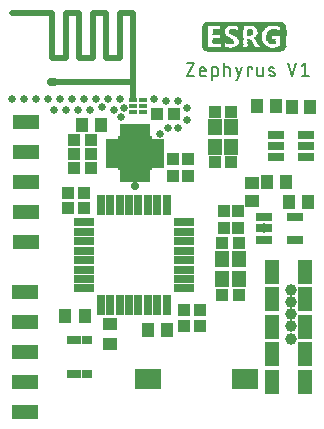
<source format=gbr>
G04 EAGLE Gerber RS-274X export*
G75*
%MOMM*%
%FSLAX34Y34*%
%LPD*%
%INSoldermask Top*%
%IPPOS*%
%AMOC8*
5,1,8,0,0,1.08239X$1,22.5*%
G01*
%ADD10C,0.177800*%
%ADD11R,6.299200X0.025400*%
%ADD12R,6.502400X0.025400*%
%ADD13R,6.604000X0.025400*%
%ADD14R,6.705600X0.025400*%
%ADD15R,6.756400X0.025400*%
%ADD16R,6.807200X0.025400*%
%ADD17R,6.858000X0.025400*%
%ADD18R,6.908800X0.025400*%
%ADD19R,6.934200X0.025400*%
%ADD20R,6.959600X0.025400*%
%ADD21R,7.010400X0.025400*%
%ADD22R,2.159000X0.025400*%
%ADD23R,3.200400X0.025400*%
%ADD24R,0.914400X0.025400*%
%ADD25R,0.508000X0.025400*%
%ADD26R,0.787400X0.025400*%
%ADD27R,0.685800X0.025400*%
%ADD28R,0.762000X0.025400*%
%ADD29R,0.812800X0.025400*%
%ADD30R,0.482600X0.025400*%
%ADD31R,0.406400X0.025400*%
%ADD32R,0.711200X0.025400*%
%ADD33R,0.660400X0.025400*%
%ADD34R,0.304800X0.025400*%
%ADD35R,0.635000X0.025400*%
%ADD36R,0.609600X0.025400*%
%ADD37R,0.279400X0.025400*%
%ADD38R,0.584200X0.025400*%
%ADD39R,0.558800X0.025400*%
%ADD40R,0.533400X0.025400*%
%ADD41R,0.457200X0.025400*%
%ADD42R,0.431800X0.025400*%
%ADD43R,0.381000X0.025400*%
%ADD44R,0.203200X0.025400*%
%ADD45R,0.990600X0.025400*%
%ADD46R,0.736600X0.025400*%
%ADD47R,1.803400X0.025400*%
%ADD48R,0.355600X0.025400*%
%ADD49R,1.778000X0.025400*%
%ADD50R,0.330200X0.025400*%
%ADD51R,1.752600X0.025400*%
%ADD52R,1.727200X0.025400*%
%ADD53R,1.676400X0.025400*%
%ADD54R,0.254000X0.025400*%
%ADD55R,1.651000X0.025400*%
%ADD56R,1.600200X0.025400*%
%ADD57R,0.101600X0.025400*%
%ADD58R,1.549400X0.025400*%
%ADD59R,1.701800X0.025400*%
%ADD60R,0.838200X0.025400*%
%ADD61R,0.025400X0.025400*%
%ADD62R,1.041400X0.025400*%
%ADD63R,0.965200X0.025400*%
%ADD64R,1.016000X0.025400*%
%ADD65R,1.066800X0.025400*%
%ADD66R,1.092200X0.025400*%
%ADD67R,1.143000X0.025400*%
%ADD68R,1.168400X0.025400*%
%ADD69R,1.625600X0.025400*%
%ADD70R,1.193800X0.025400*%
%ADD71R,1.574800X0.025400*%
%ADD72R,1.524000X0.025400*%
%ADD73R,0.228600X0.025400*%
%ADD74R,0.889000X0.025400*%
%ADD75R,0.939800X0.025400*%
%ADD76R,1.244600X0.025400*%
%ADD77R,1.422400X0.025400*%
%ADD78R,2.311400X0.025400*%
%ADD79R,2.946400X0.025400*%
%ADD80R,0.533400X1.041400*%
%ADD81R,0.753200X0.453200*%
%ADD82R,1.253200X2.023200*%
%ADD83R,1.053200X1.003200*%
%ADD84R,1.003200X1.053200*%
%ADD85R,1.453200X0.803200*%
%ADD86R,0.903200X0.703200*%
%ADD87R,1.253200X0.703200*%
%ADD88R,2.203200X1.223200*%
%ADD89R,0.503200X1.053200*%
%ADD90R,1.053200X0.503200*%
%ADD91R,2.903200X2.903200*%
%ADD92R,1.001900X1.177100*%
%ADD93R,1.177100X1.001900*%
%ADD94R,2.203200X1.703200*%
%ADD95C,0.508000*%
%ADD96C,0.711200*%
%ADD97R,1.303200X1.403200*%
%ADD98R,1.678200X0.803200*%
%ADD99R,0.803200X1.678200*%
%ADD100R,1.353200X0.803200*%
%ADD101R,1.124100X1.173400*%
%ADD102R,1.173400X1.124100*%
%ADD103C,0.711200*%
%ADD104C,0.803200*%
%ADD105C,0.953200*%
%ADD106C,0.660400*%
%ADD107C,1.003200*%
%ADD108C,1.066800*%
%ADD109C,0.705600*%


D10*
X158623Y311023D02*
X164691Y311023D01*
X158623Y300101D01*
X164691Y300101D01*
X171337Y300101D02*
X174371Y300101D01*
X171337Y300101D02*
X171253Y300103D01*
X171169Y300109D01*
X171086Y300118D01*
X171003Y300132D01*
X170920Y300149D01*
X170839Y300170D01*
X170759Y300195D01*
X170680Y300224D01*
X170602Y300256D01*
X170526Y300292D01*
X170451Y300331D01*
X170379Y300374D01*
X170308Y300420D01*
X170240Y300469D01*
X170174Y300521D01*
X170111Y300576D01*
X170050Y300634D01*
X169992Y300695D01*
X169937Y300758D01*
X169885Y300824D01*
X169836Y300892D01*
X169790Y300963D01*
X169747Y301035D01*
X169708Y301110D01*
X169672Y301186D01*
X169640Y301264D01*
X169611Y301343D01*
X169586Y301423D01*
X169565Y301504D01*
X169548Y301587D01*
X169534Y301670D01*
X169525Y301753D01*
X169519Y301837D01*
X169517Y301921D01*
X169517Y304955D01*
X169519Y305053D01*
X169525Y305150D01*
X169535Y305248D01*
X169548Y305344D01*
X169566Y305440D01*
X169588Y305536D01*
X169613Y305630D01*
X169642Y305724D01*
X169675Y305816D01*
X169711Y305906D01*
X169751Y305995D01*
X169795Y306083D01*
X169842Y306169D01*
X169893Y306252D01*
X169947Y306334D01*
X170004Y306413D01*
X170064Y306490D01*
X170127Y306564D01*
X170194Y306636D01*
X170263Y306705D01*
X170335Y306772D01*
X170409Y306835D01*
X170486Y306895D01*
X170565Y306952D01*
X170647Y307006D01*
X170731Y307057D01*
X170816Y307104D01*
X170904Y307148D01*
X170993Y307188D01*
X171083Y307224D01*
X171175Y307257D01*
X171269Y307286D01*
X171363Y307311D01*
X171459Y307333D01*
X171555Y307351D01*
X171651Y307364D01*
X171749Y307374D01*
X171846Y307380D01*
X171944Y307382D01*
X172042Y307380D01*
X172139Y307374D01*
X172237Y307364D01*
X172333Y307351D01*
X172429Y307333D01*
X172525Y307311D01*
X172619Y307286D01*
X172713Y307257D01*
X172805Y307224D01*
X172895Y307188D01*
X172984Y307148D01*
X173072Y307104D01*
X173158Y307057D01*
X173241Y307006D01*
X173323Y306952D01*
X173402Y306895D01*
X173479Y306835D01*
X173553Y306772D01*
X173625Y306705D01*
X173694Y306636D01*
X173761Y306564D01*
X173824Y306490D01*
X173884Y306413D01*
X173941Y306334D01*
X173995Y306252D01*
X174046Y306169D01*
X174093Y306083D01*
X174137Y305995D01*
X174177Y305906D01*
X174213Y305816D01*
X174246Y305724D01*
X174275Y305630D01*
X174300Y305536D01*
X174322Y305440D01*
X174340Y305344D01*
X174353Y305248D01*
X174363Y305150D01*
X174369Y305053D01*
X174371Y304955D01*
X174371Y303742D01*
X169517Y303742D01*
X179885Y307382D02*
X179885Y296460D01*
X179885Y307382D02*
X182919Y307382D01*
X183003Y307380D01*
X183087Y307374D01*
X183170Y307365D01*
X183253Y307351D01*
X183336Y307334D01*
X183417Y307313D01*
X183497Y307288D01*
X183576Y307259D01*
X183654Y307227D01*
X183730Y307191D01*
X183805Y307152D01*
X183877Y307109D01*
X183948Y307064D01*
X184016Y307014D01*
X184082Y306962D01*
X184145Y306907D01*
X184206Y306849D01*
X184264Y306788D01*
X184319Y306725D01*
X184371Y306659D01*
X184420Y306591D01*
X184466Y306520D01*
X184509Y306448D01*
X184548Y306373D01*
X184584Y306297D01*
X184616Y306219D01*
X184645Y306140D01*
X184670Y306060D01*
X184691Y305979D01*
X184708Y305896D01*
X184722Y305813D01*
X184731Y305730D01*
X184737Y305646D01*
X184739Y305562D01*
X184739Y301921D01*
X184737Y301837D01*
X184731Y301753D01*
X184722Y301670D01*
X184708Y301587D01*
X184691Y301504D01*
X184670Y301423D01*
X184645Y301343D01*
X184616Y301264D01*
X184584Y301186D01*
X184548Y301110D01*
X184509Y301035D01*
X184466Y300963D01*
X184420Y300892D01*
X184371Y300824D01*
X184319Y300758D01*
X184264Y300695D01*
X184206Y300634D01*
X184145Y300576D01*
X184082Y300521D01*
X184016Y300469D01*
X183948Y300420D01*
X183877Y300374D01*
X183805Y300331D01*
X183730Y300292D01*
X183654Y300256D01*
X183576Y300224D01*
X183497Y300195D01*
X183417Y300170D01*
X183336Y300149D01*
X183253Y300132D01*
X183170Y300118D01*
X183087Y300109D01*
X183003Y300103D01*
X182919Y300101D01*
X179885Y300101D01*
X190091Y300101D02*
X190091Y311023D01*
X190091Y307382D02*
X193125Y307382D01*
X193209Y307380D01*
X193293Y307374D01*
X193376Y307365D01*
X193459Y307351D01*
X193542Y307334D01*
X193623Y307313D01*
X193703Y307288D01*
X193782Y307259D01*
X193860Y307227D01*
X193936Y307191D01*
X194011Y307152D01*
X194083Y307109D01*
X194154Y307064D01*
X194222Y307014D01*
X194288Y306962D01*
X194351Y306907D01*
X194412Y306849D01*
X194470Y306788D01*
X194525Y306725D01*
X194577Y306659D01*
X194626Y306591D01*
X194672Y306520D01*
X194715Y306448D01*
X194754Y306373D01*
X194790Y306297D01*
X194822Y306219D01*
X194851Y306140D01*
X194876Y306060D01*
X194897Y305979D01*
X194914Y305896D01*
X194928Y305813D01*
X194937Y305730D01*
X194943Y305646D01*
X194945Y305562D01*
X194945Y300101D01*
X199997Y296460D02*
X201210Y296460D01*
X204851Y307382D01*
X199997Y307382D02*
X202424Y300101D01*
X209994Y300101D02*
X209994Y307382D01*
X213635Y307382D01*
X213635Y306169D01*
X217904Y307382D02*
X217904Y301921D01*
X217906Y301837D01*
X217912Y301753D01*
X217921Y301670D01*
X217935Y301587D01*
X217952Y301504D01*
X217973Y301423D01*
X217998Y301343D01*
X218027Y301264D01*
X218059Y301186D01*
X218095Y301110D01*
X218134Y301035D01*
X218177Y300963D01*
X218223Y300892D01*
X218272Y300824D01*
X218324Y300758D01*
X218379Y300695D01*
X218437Y300634D01*
X218498Y300576D01*
X218561Y300521D01*
X218627Y300469D01*
X218695Y300420D01*
X218766Y300374D01*
X218838Y300331D01*
X218913Y300292D01*
X218989Y300256D01*
X219067Y300224D01*
X219146Y300195D01*
X219226Y300170D01*
X219307Y300149D01*
X219390Y300132D01*
X219473Y300118D01*
X219556Y300109D01*
X219640Y300103D01*
X219724Y300101D01*
X222758Y300101D01*
X222758Y307382D01*
X229101Y304348D02*
X232135Y303135D01*
X229101Y304349D02*
X229029Y304379D01*
X228959Y304413D01*
X228891Y304451D01*
X228825Y304492D01*
X228760Y304536D01*
X228699Y304584D01*
X228639Y304634D01*
X228582Y304687D01*
X228528Y304743D01*
X228477Y304802D01*
X228428Y304863D01*
X228383Y304927D01*
X228341Y304992D01*
X228302Y305060D01*
X228266Y305129D01*
X228235Y305200D01*
X228206Y305273D01*
X228181Y305347D01*
X228160Y305422D01*
X228143Y305498D01*
X228130Y305575D01*
X228120Y305652D01*
X228114Y305730D01*
X228112Y305808D01*
X228114Y305886D01*
X228120Y305963D01*
X228129Y306041D01*
X228143Y306117D01*
X228160Y306194D01*
X228181Y306269D01*
X228205Y306343D01*
X228234Y306415D01*
X228265Y306486D01*
X228301Y306556D01*
X228339Y306624D01*
X228381Y306689D01*
X228427Y306753D01*
X228475Y306814D01*
X228526Y306873D01*
X228580Y306929D01*
X228637Y306982D01*
X228696Y307033D01*
X228758Y307080D01*
X228822Y307124D01*
X228889Y307165D01*
X228957Y307203D01*
X229027Y307238D01*
X229098Y307269D01*
X229171Y307296D01*
X229246Y307319D01*
X229321Y307339D01*
X229397Y307355D01*
X229474Y307368D01*
X229552Y307376D01*
X229630Y307381D01*
X229707Y307382D01*
X229707Y307383D02*
X229873Y307379D01*
X230039Y307371D01*
X230204Y307358D01*
X230369Y307342D01*
X230533Y307322D01*
X230697Y307298D01*
X230860Y307269D01*
X231023Y307237D01*
X231185Y307201D01*
X231345Y307162D01*
X231505Y307118D01*
X231664Y307070D01*
X231822Y307019D01*
X231978Y306964D01*
X232133Y306905D01*
X232286Y306843D01*
X232438Y306776D01*
X232134Y303134D02*
X232206Y303104D01*
X232276Y303070D01*
X232344Y303032D01*
X232410Y302991D01*
X232475Y302947D01*
X232536Y302899D01*
X232596Y302849D01*
X232653Y302796D01*
X232707Y302740D01*
X232758Y302681D01*
X232807Y302620D01*
X232852Y302556D01*
X232894Y302491D01*
X232933Y302423D01*
X232969Y302354D01*
X233000Y302283D01*
X233029Y302210D01*
X233054Y302136D01*
X233075Y302061D01*
X233092Y301985D01*
X233105Y301908D01*
X233115Y301831D01*
X233121Y301753D01*
X233123Y301675D01*
X233121Y301597D01*
X233115Y301520D01*
X233106Y301442D01*
X233092Y301366D01*
X233075Y301289D01*
X233054Y301214D01*
X233030Y301140D01*
X233001Y301068D01*
X232970Y300997D01*
X232934Y300927D01*
X232896Y300859D01*
X232854Y300794D01*
X232808Y300730D01*
X232760Y300669D01*
X232709Y300610D01*
X232655Y300554D01*
X232598Y300501D01*
X232539Y300450D01*
X232477Y300403D01*
X232413Y300359D01*
X232346Y300318D01*
X232278Y300280D01*
X232208Y300245D01*
X232137Y300214D01*
X232064Y300187D01*
X231989Y300164D01*
X231914Y300144D01*
X231838Y300128D01*
X231761Y300115D01*
X231683Y300107D01*
X231605Y300102D01*
X231528Y300101D01*
X231285Y300107D01*
X231042Y300120D01*
X230799Y300137D01*
X230557Y300161D01*
X230315Y300190D01*
X230074Y300225D01*
X229834Y300266D01*
X229595Y300312D01*
X229357Y300364D01*
X229121Y300422D01*
X228886Y300485D01*
X228652Y300554D01*
X228421Y300628D01*
X228191Y300708D01*
X243741Y311023D02*
X247382Y300101D01*
X251022Y311023D01*
X255778Y308596D02*
X258812Y311023D01*
X258812Y300101D01*
X255778Y300101D02*
X261846Y300101D01*
D11*
X207137Y320548D03*
D12*
X207137Y320802D03*
D13*
X207137Y321056D03*
D14*
X207137Y321310D03*
D15*
X207137Y321564D03*
D16*
X207137Y321818D03*
D17*
X207137Y322072D03*
D18*
X207137Y322326D03*
D19*
X207010Y322580D03*
D20*
X207137Y322834D03*
D21*
X207137Y323088D03*
D22*
X182880Y323342D03*
D23*
X213233Y323342D03*
D24*
X237617Y323342D03*
D25*
X174371Y323596D03*
X189611Y323596D03*
D26*
X202438Y323596D03*
D27*
X213106Y323596D03*
D28*
X224155Y323596D03*
D29*
X238379Y323596D03*
D30*
X174244Y323850D03*
D31*
X189357Y323850D03*
D32*
X202819Y323850D03*
D33*
X213233Y323850D03*
X223901Y323850D03*
D32*
X238887Y323850D03*
D25*
X174117Y324104D03*
D34*
X189103Y324104D03*
D35*
X202946Y324104D03*
X213106Y324104D03*
D36*
X223647Y324104D03*
D33*
X239395Y324104D03*
D25*
X174117Y324358D03*
D37*
X188976Y324358D03*
D38*
X203200Y324358D03*
D36*
X212979Y324358D03*
D39*
X223393Y324358D03*
D36*
X239649Y324358D03*
D25*
X174117Y324612D03*
D37*
X188976Y324612D03*
D39*
X203327Y324612D03*
D36*
X212979Y324612D03*
D39*
X223139Y324612D03*
X239903Y324612D03*
D40*
X173990Y324866D03*
D37*
X188976Y324866D03*
D40*
X203454Y324866D03*
D38*
X212852Y324866D03*
D40*
X222758Y324866D03*
D25*
X240157Y324866D03*
D40*
X173990Y325120D03*
D37*
X188976Y325120D03*
D25*
X203581Y325120D03*
D38*
X212852Y325120D03*
D25*
X222631Y325120D03*
D40*
X240284Y325120D03*
X173990Y325374D03*
D37*
X188976Y325374D03*
D30*
X203708Y325374D03*
D39*
X212725Y325374D03*
D25*
X222377Y325374D03*
D40*
X240284Y325374D03*
X173990Y325628D03*
D37*
X188976Y325628D03*
D41*
X203835Y325628D03*
D40*
X212598Y325628D03*
D30*
X221996Y325628D03*
D40*
X240284Y325628D03*
X173990Y325882D03*
D37*
X188976Y325882D03*
D42*
X203962Y325882D03*
D40*
X212598Y325882D03*
D41*
X221869Y325882D03*
D40*
X240284Y325882D03*
X173990Y326136D03*
D37*
X188976Y326136D03*
D42*
X203962Y326136D03*
D25*
X212471Y326136D03*
D30*
X221742Y326136D03*
D40*
X240284Y326136D03*
X173990Y326390D03*
D37*
X188976Y326390D03*
D31*
X204089Y326390D03*
D25*
X212471Y326390D03*
D41*
X221615Y326390D03*
D40*
X240284Y326390D03*
X173990Y326644D03*
D34*
X188849Y326644D03*
D43*
X195326Y326644D03*
D31*
X204089Y326644D03*
D30*
X212344Y326644D03*
D41*
X221361Y326644D03*
D44*
X231267Y326644D03*
D40*
X240284Y326644D03*
X173990Y326898D03*
D45*
X185420Y326898D03*
D25*
X195199Y326898D03*
D43*
X204216Y326898D03*
D41*
X212217Y326898D03*
X221107Y326898D03*
D42*
X231140Y326898D03*
D40*
X240284Y326898D03*
X173990Y327152D03*
D45*
X185420Y327152D03*
D38*
X195072Y327152D03*
D43*
X204216Y327152D03*
D41*
X212217Y327152D03*
X221107Y327152D03*
D40*
X231140Y327152D03*
X240284Y327152D03*
X173990Y327406D03*
D45*
X185420Y327406D03*
D33*
X194945Y327406D03*
D43*
X204216Y327406D03*
D42*
X212090Y327406D03*
D41*
X220853Y327406D03*
D38*
X230886Y327406D03*
D40*
X240284Y327406D03*
X173990Y327660D03*
D45*
X185420Y327660D03*
D46*
X194818Y327660D03*
D43*
X204216Y327660D03*
D42*
X212090Y327660D03*
D41*
X220599Y327660D03*
D36*
X230759Y327660D03*
D40*
X240284Y327660D03*
X173990Y327914D03*
D47*
X189484Y327914D03*
D43*
X204216Y327914D03*
D31*
X211963Y327914D03*
D41*
X220599Y327914D03*
D35*
X230632Y327914D03*
D40*
X240284Y327914D03*
X173990Y328168D03*
D47*
X189484Y328168D03*
D48*
X204343Y328168D03*
D31*
X211963Y328168D03*
D41*
X220345Y328168D03*
D33*
X230505Y328168D03*
D40*
X240284Y328168D03*
X173990Y328422D03*
D47*
X189484Y328422D03*
D48*
X204343Y328422D03*
D43*
X211836Y328422D03*
D41*
X220345Y328422D03*
D27*
X230378Y328422D03*
D40*
X240284Y328422D03*
X173990Y328676D03*
D47*
X189484Y328676D03*
D48*
X204343Y328676D03*
X211709Y328676D03*
D41*
X220091Y328676D03*
D32*
X230251Y328676D03*
D40*
X240284Y328676D03*
X173990Y328930D03*
D47*
X189484Y328930D03*
D43*
X204216Y328930D03*
D48*
X211709Y328930D03*
D30*
X219964Y328930D03*
D32*
X230251Y328930D03*
D40*
X240284Y328930D03*
X173990Y329184D03*
D49*
X189357Y329184D03*
D43*
X204216Y329184D03*
D50*
X211582Y329184D03*
D30*
X219964Y329184D03*
D46*
X230124Y329184D03*
D40*
X240284Y329184D03*
X173990Y329438D03*
D49*
X189357Y329438D03*
D43*
X204216Y329438D03*
D34*
X211455Y329438D03*
D30*
X219710Y329438D03*
D46*
X230124Y329438D03*
D40*
X240284Y329438D03*
X173990Y329692D03*
D51*
X189230Y329692D03*
D43*
X204216Y329692D03*
D34*
X211455Y329692D03*
D25*
X219583Y329692D03*
D28*
X229997Y329692D03*
D40*
X240284Y329692D03*
X173990Y329946D03*
D52*
X189103Y329946D03*
D43*
X204216Y329946D03*
D37*
X211328Y329946D03*
D25*
X219583Y329946D03*
D28*
X229997Y329946D03*
D40*
X240284Y329946D03*
X173990Y330200D03*
D53*
X188849Y330200D03*
D31*
X204089Y330200D03*
D54*
X211201Y330200D03*
D40*
X219456Y330200D03*
D28*
X229997Y330200D03*
D40*
X240284Y330200D03*
X173990Y330454D03*
D55*
X188722Y330454D03*
D31*
X204089Y330454D03*
D44*
X210947Y330454D03*
D40*
X219202Y330454D03*
D26*
X229870Y330454D03*
D40*
X240284Y330454D03*
X173990Y330708D03*
D56*
X188468Y330708D03*
D42*
X203962Y330708D03*
D57*
X210439Y330708D03*
D39*
X219075Y330708D03*
D41*
X228219Y330708D03*
D40*
X240284Y330708D03*
X173990Y330962D03*
D58*
X188214Y330962D03*
D42*
X203962Y330962D03*
D38*
X218948Y330962D03*
D42*
X228092Y330962D03*
D40*
X240284Y330962D03*
X173990Y331216D03*
D24*
X190881Y331216D03*
D41*
X203835Y331216D03*
D38*
X218948Y331216D03*
D42*
X228092Y331216D03*
D40*
X240284Y331216D03*
X173990Y331470D03*
D29*
X190627Y331470D03*
D30*
X203708Y331470D03*
D36*
X218821Y331470D03*
D42*
X228092Y331470D03*
D40*
X240284Y331470D03*
X173990Y331724D03*
D26*
X190500Y331724D03*
D30*
X203708Y331724D03*
D33*
X218567Y331724D03*
D41*
X227965Y331724D03*
D40*
X240284Y331724D03*
X173990Y331978D03*
D46*
X190246Y331978D03*
D25*
X203581Y331978D03*
D33*
X218567Y331978D03*
D41*
X227965Y331978D03*
D40*
X240284Y331978D03*
X173990Y332232D03*
D27*
X189992Y332232D03*
D40*
X203454Y332232D03*
D38*
X218948Y332232D03*
D41*
X227965Y332232D03*
D40*
X240284Y332232D03*
X173990Y332486D03*
D33*
X189865Y332486D03*
D39*
X203327Y332486D03*
X219075Y332486D03*
D41*
X227965Y332486D03*
D40*
X240284Y332486D03*
X173990Y332740D03*
D36*
X189611Y332740D03*
X203073Y332740D03*
D25*
X219329Y332740D03*
D41*
X227965Y332740D03*
D40*
X240284Y332740D03*
X173990Y332994D03*
D38*
X189484Y332994D03*
D35*
X202946Y332994D03*
D30*
X219456Y332994D03*
D41*
X227965Y332994D03*
D40*
X240284Y332994D03*
X173990Y333248D03*
D39*
X189357Y333248D03*
D33*
X202819Y333248D03*
D41*
X219583Y333248D03*
X227965Y333248D03*
D40*
X240284Y333248D03*
X173990Y333502D03*
D25*
X189103Y333502D03*
D32*
X202565Y333502D03*
D42*
X219710Y333502D03*
D41*
X227965Y333502D03*
D40*
X240284Y333502D03*
X173990Y333756D03*
D25*
X189103Y333756D03*
D28*
X202311Y333756D03*
D31*
X219837Y333756D03*
D42*
X228092Y333756D03*
D39*
X240157Y333756D03*
D40*
X173990Y334010D03*
D30*
X188976Y334010D03*
D26*
X202184Y334010D03*
D37*
X211328Y334010D03*
D31*
X219837Y334010D03*
D59*
X234442Y334010D03*
D40*
X173990Y334264D03*
D30*
X188722Y334264D03*
D60*
X201930Y334264D03*
D48*
X211709Y334264D03*
D43*
X219964Y334264D03*
D59*
X234442Y334264D03*
D40*
X173990Y334518D03*
D61*
X180594Y334518D03*
D30*
X188468Y334518D03*
D24*
X201549Y334518D03*
D43*
X211836Y334518D03*
X219964Y334518D03*
D59*
X234442Y334518D03*
D40*
X173990Y334772D03*
D62*
X185674Y334772D03*
D63*
X201295Y334772D03*
D42*
X212090Y334772D03*
D43*
X220218Y334772D03*
D59*
X234442Y334772D03*
D40*
X173990Y335026D03*
D64*
X185547Y335026D03*
X201041Y335026D03*
D42*
X212090Y335026D03*
D43*
X220218Y335026D03*
D53*
X234569Y335026D03*
D40*
X173990Y335280D03*
D64*
X185547Y335280D03*
D65*
X200787Y335280D03*
D41*
X212217Y335280D03*
D43*
X220218Y335280D03*
D53*
X234569Y335280D03*
D40*
X173990Y335534D03*
D45*
X185420Y335534D03*
D66*
X200660Y335534D03*
D41*
X212217Y335534D03*
D48*
X220345Y335534D03*
D53*
X234569Y335534D03*
D40*
X173990Y335788D03*
D45*
X185420Y335788D03*
D67*
X200406Y335788D03*
D41*
X212217Y335788D03*
D43*
X220472Y335788D03*
D55*
X234696Y335788D03*
D40*
X173990Y336042D03*
D45*
X185420Y336042D03*
D68*
X200279Y336042D03*
D30*
X212344Y336042D03*
D43*
X220472Y336042D03*
D55*
X234696Y336042D03*
D40*
X173990Y336296D03*
D45*
X185420Y336296D03*
D68*
X200279Y336296D03*
D30*
X212344Y336296D03*
D43*
X220472Y336296D03*
D69*
X234823Y336296D03*
D40*
X173990Y336550D03*
D45*
X185420Y336550D03*
D70*
X200152Y336550D03*
D30*
X212344Y336550D03*
D31*
X220599Y336550D03*
D56*
X234950Y336550D03*
D40*
X173990Y336804D03*
D45*
X185420Y336804D03*
D70*
X200152Y336804D03*
D30*
X212344Y336804D03*
D31*
X220599Y336804D03*
D56*
X234950Y336804D03*
D40*
X173990Y337058D03*
D45*
X185420Y337058D03*
D70*
X200152Y337058D03*
D30*
X212344Y337058D03*
D42*
X220726Y337058D03*
D71*
X235077Y337058D03*
D40*
X173990Y337312D03*
D45*
X185420Y337312D03*
D70*
X200152Y337312D03*
D41*
X212217Y337312D03*
D42*
X220726Y337312D03*
D58*
X235204Y337312D03*
D40*
X173990Y337566D03*
D45*
X185420Y337566D03*
D70*
X200152Y337566D03*
D41*
X212217Y337566D03*
X220853Y337566D03*
D72*
X235331Y337566D03*
D40*
X173990Y337820D03*
D45*
X185420Y337820D03*
D68*
X200279Y337820D03*
D41*
X212217Y337820D03*
X220853Y337820D03*
D60*
X232156Y337820D03*
D35*
X239776Y337820D03*
D40*
X173990Y338074D03*
D45*
X185420Y338074D03*
D68*
X200279Y338074D03*
D42*
X212090Y338074D03*
D30*
X220980Y338074D03*
D46*
X232156Y338074D03*
D38*
X240030Y338074D03*
D40*
X173990Y338328D03*
D45*
X185420Y338328D03*
D38*
X197612Y338328D03*
D41*
X203835Y338328D03*
D31*
X211963Y338328D03*
D25*
X221107Y338328D03*
D35*
X232156Y338328D03*
D38*
X240030Y338328D03*
D40*
X173990Y338582D03*
D45*
X185420Y338582D03*
D25*
X197485Y338582D03*
D42*
X203962Y338582D03*
D48*
X211709Y338582D03*
D40*
X220980Y338582D03*
D25*
X232029Y338582D03*
D38*
X240030Y338582D03*
D40*
X173990Y338836D03*
D43*
X188722Y338836D03*
X197612Y338836D03*
D42*
X203962Y338836D03*
D73*
X211074Y338836D03*
D39*
X221107Y338836D03*
D37*
X231902Y338836D03*
D38*
X240030Y338836D03*
D40*
X173990Y339090D03*
D48*
X188849Y339090D03*
D42*
X203962Y339090D03*
D36*
X221107Y339090D03*
D38*
X240030Y339090D03*
D40*
X173990Y339344D03*
D43*
X188976Y339344D03*
D42*
X203962Y339344D03*
D35*
X221234Y339344D03*
D38*
X240030Y339344D03*
D40*
X173990Y339598D03*
D43*
X188976Y339598D03*
D42*
X203962Y339598D03*
D27*
X221234Y339598D03*
D38*
X240030Y339598D03*
D40*
X173990Y339852D03*
D31*
X189103Y339852D03*
D42*
X203962Y339852D03*
D32*
X221361Y339852D03*
D38*
X240030Y339852D03*
D40*
X173990Y340106D03*
D42*
X189230Y340106D03*
X203962Y340106D03*
D28*
X221361Y340106D03*
D38*
X240030Y340106D03*
D40*
X173990Y340360D03*
D41*
X189357Y340360D03*
D42*
X203962Y340360D03*
D29*
X221361Y340360D03*
D38*
X240030Y340360D03*
D40*
X173990Y340614D03*
D30*
X189484Y340614D03*
D42*
X203962Y340614D03*
D74*
X221488Y340614D03*
D39*
X239903Y340614D03*
D25*
X174117Y340868D03*
X189611Y340868D03*
D42*
X203962Y340868D03*
D75*
X221488Y340868D03*
D39*
X239903Y340868D03*
D25*
X174117Y341122D03*
D39*
X189865Y341122D03*
D42*
X203962Y341122D03*
D62*
X221488Y341122D03*
D39*
X239903Y341122D03*
D25*
X174117Y341376D03*
D38*
X189992Y341376D03*
D42*
X203962Y341376D03*
D67*
X221488Y341376D03*
D38*
X239776Y341376D03*
D30*
X174244Y341630D03*
D35*
X190246Y341630D03*
D41*
X203835Y341630D03*
D76*
X221488Y341630D03*
D36*
X239395Y341630D03*
D25*
X174371Y341884D03*
D46*
X190500Y341884D03*
D40*
X203708Y341884D03*
D77*
X221361Y341884D03*
D27*
X239014Y341884D03*
D78*
X183642Y342138D03*
D79*
X214757Y342138D03*
D26*
X238252Y342138D03*
D21*
X207137Y342392D03*
D20*
X207137Y342646D03*
D19*
X207010Y342900D03*
D18*
X207137Y343154D03*
D17*
X207137Y343408D03*
D16*
X207137Y343662D03*
D15*
X207137Y343916D03*
D14*
X207137Y344170D03*
D13*
X207137Y344424D03*
D12*
X207137Y344678D03*
D11*
X207137Y344932D03*
D80*
X112903Y286639D03*
D81*
X112912Y279540D03*
X112912Y274540D03*
X112912Y269540D03*
X121412Y269540D03*
X121412Y274540D03*
X121412Y279540D03*
D82*
X258629Y87630D03*
X230829Y87630D03*
X258629Y134366D03*
X230829Y134366D03*
X258629Y110998D03*
X230829Y110998D03*
X258629Y40894D03*
X230829Y40894D03*
X258629Y64262D03*
X230829Y64262D03*
D83*
X77358Y222250D03*
X63358Y222250D03*
X77358Y246126D03*
X63358Y246126D03*
X77358Y234188D03*
X63358Y234188D03*
D84*
X159512Y229504D03*
X159512Y215504D03*
X147066Y229504D03*
X147066Y215504D03*
D83*
X133462Y267970D03*
X147462Y267970D03*
D85*
X259278Y230946D03*
X259278Y240446D03*
X259278Y249946D03*
X234278Y249946D03*
X234278Y240446D03*
X234278Y230946D03*
D86*
X74278Y76200D03*
D87*
X63118Y76200D03*
D86*
X74278Y47244D03*
D87*
X63118Y47244D03*
D88*
X21748Y15824D03*
X21748Y41224D03*
X21748Y66624D03*
X21748Y92024D03*
X21748Y117424D03*
D89*
X104808Y214942D03*
X109808Y214942D03*
X114808Y214942D03*
X119808Y214942D03*
X124808Y214942D03*
D90*
X134308Y224442D03*
X134308Y229442D03*
X134308Y234442D03*
X134308Y239442D03*
X134308Y244442D03*
D89*
X124808Y253942D03*
X119808Y253942D03*
X114808Y253942D03*
X109808Y253942D03*
X104808Y253942D03*
D90*
X95308Y244442D03*
X95308Y239442D03*
X95308Y234442D03*
X95308Y229442D03*
X95308Y224442D03*
D91*
X114808Y234442D03*
D88*
X22256Y159430D03*
X22256Y184830D03*
X22256Y210230D03*
X22256Y235630D03*
X22256Y261030D03*
D92*
X245086Y193548D03*
X261390Y193548D03*
X69826Y258318D03*
X86130Y258318D03*
X71906Y97028D03*
X55602Y97028D03*
X217908Y274574D03*
X234212Y274574D03*
X226544Y210058D03*
X242848Y210058D03*
D93*
X93472Y89686D03*
X93472Y73382D03*
D94*
X125624Y43434D03*
X207624Y43434D03*
D83*
X71770Y200660D03*
X57770Y200660D03*
D84*
X156210Y101996D03*
X156210Y87996D03*
D95*
X112962Y287262D02*
X112962Y294882D01*
X112962Y353302D01*
D96*
X46160Y294882D02*
X43620Y294882D01*
D95*
X101532Y353302D02*
X112962Y353302D01*
X101532Y353302D02*
X101532Y315202D01*
X90102Y315202D01*
X90102Y353302D01*
X78672Y353302D01*
X78672Y315202D01*
X67242Y315202D01*
X67242Y353302D01*
X55812Y353302D01*
X55812Y315202D01*
X44382Y315202D01*
X44382Y353302D01*
X10092Y353302D01*
X43620Y294882D02*
X112962Y294882D01*
D83*
X202580Y114554D03*
X188580Y114554D03*
X188580Y158750D03*
X202580Y158750D03*
X181976Y269240D03*
X195976Y269240D03*
X195976Y227076D03*
X181976Y227076D03*
D84*
X189738Y171562D03*
X189738Y185562D03*
X202184Y171562D03*
X202184Y185562D03*
D97*
X202580Y128152D03*
X202580Y145152D03*
X188580Y145152D03*
X188580Y128152D03*
X196020Y240061D03*
X196020Y257061D03*
X182020Y257061D03*
X182020Y240061D03*
D98*
X155918Y120082D03*
X155918Y128082D03*
X155918Y136082D03*
X155918Y144082D03*
X155918Y152082D03*
X155918Y160082D03*
X155918Y168082D03*
X155918Y176082D03*
D99*
X141538Y190462D03*
X133538Y190462D03*
X125538Y190462D03*
X117538Y190462D03*
X109538Y190462D03*
X101538Y190462D03*
X93538Y190462D03*
X85538Y190462D03*
D98*
X71158Y176082D03*
X71158Y168082D03*
X71158Y160082D03*
X71158Y152082D03*
X71158Y144082D03*
X71158Y136082D03*
X71158Y128082D03*
X71158Y120082D03*
D99*
X85538Y105702D03*
X93538Y105702D03*
X101538Y105702D03*
X109538Y105702D03*
X117538Y105702D03*
X125538Y105702D03*
X133538Y105702D03*
X141538Y105702D03*
D92*
X125452Y84582D03*
X141756Y84582D03*
D83*
X71770Y187960D03*
X57770Y187960D03*
D84*
X169926Y101996D03*
X169926Y87996D03*
D100*
X223728Y180442D03*
X223728Y170942D03*
X223728Y161442D03*
X249728Y161442D03*
X249728Y180442D03*
D101*
X247524Y273812D03*
X263016Y273812D03*
D102*
X213614Y193930D03*
X213614Y209422D03*
D103*
X43434Y294894D03*
D104*
X223728Y170942D03*
D105*
X188468Y114554D03*
D106*
X10160Y280416D03*
X20320Y280416D03*
X30480Y280416D03*
X40640Y280416D03*
X45720Y271526D03*
X55880Y271526D03*
X50800Y280416D03*
X60960Y280416D03*
X71120Y280416D03*
X66040Y271526D03*
X151130Y279146D03*
X76200Y271526D03*
X86360Y274066D03*
X81280Y280416D03*
X91440Y280416D03*
X101600Y280416D03*
X96520Y271526D03*
X105410Y272796D03*
X130810Y280416D03*
X140970Y279146D03*
X158750Y272796D03*
X102870Y265176D03*
X158750Y262636D03*
X151130Y256286D03*
X142240Y256286D03*
X104648Y244602D03*
X104648Y234442D03*
X104648Y224282D03*
X114808Y234442D03*
X114808Y244602D03*
X114808Y224282D03*
X124968Y244602D03*
X124968Y234442D03*
X124968Y224282D03*
X135890Y251206D03*
D104*
X202392Y185420D03*
D107*
X246888Y87884D03*
X246888Y77216D03*
X246888Y98552D03*
X246888Y108458D03*
X246888Y118618D03*
X258699Y111252D03*
D108*
X213614Y194056D03*
D105*
X159512Y229504D03*
D109*
X77358Y222250D03*
D105*
X22256Y261030D03*
D103*
X114502Y206671D03*
D109*
X125476Y190654D03*
D107*
X258699Y87376D03*
M02*

</source>
